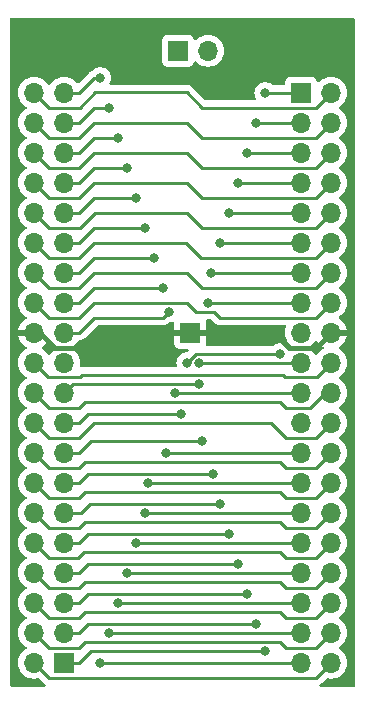
<source format=gtl>
G04 #@! TF.GenerationSoftware,KiCad,Pcbnew,7.0.10*
G04 #@! TF.CreationDate,2024-08-03T14:28:38+12:00*
G04 #@! TF.ProjectId,Z80 Bus Adapter,5a383020-4275-4732-9041-646170746572,rev?*
G04 #@! TF.SameCoordinates,Original*
G04 #@! TF.FileFunction,Copper,L1,Top*
G04 #@! TF.FilePolarity,Positive*
%FSLAX46Y46*%
G04 Gerber Fmt 4.6, Leading zero omitted, Abs format (unit mm)*
G04 Created by KiCad (PCBNEW 7.0.10) date 2024-08-03 14:28:38*
%MOMM*%
%LPD*%
G01*
G04 APERTURE LIST*
G04 #@! TA.AperFunction,ComponentPad*
%ADD10R,1.700000X1.700000*%
G04 #@! TD*
G04 #@! TA.AperFunction,ComponentPad*
%ADD11O,1.700000X1.700000*%
G04 #@! TD*
G04 #@! TA.AperFunction,ViaPad*
%ADD12C,0.800000*%
G04 #@! TD*
G04 #@! TA.AperFunction,Conductor*
%ADD13C,0.250000*%
G04 #@! TD*
G04 #@! TA.AperFunction,Conductor*
%ADD14C,0.400000*%
G04 #@! TD*
G04 APERTURE END LIST*
D10*
X110236000Y-38354000D03*
D11*
X112776000Y-38354000D03*
D10*
X111252000Y-62230000D03*
X120650000Y-41910000D03*
D11*
X123190000Y-41910000D03*
X120650000Y-44450000D03*
X123190000Y-44450000D03*
X120650000Y-46990000D03*
X123190000Y-46990000D03*
X120650000Y-49530000D03*
X123190000Y-49530000D03*
X120650000Y-52070000D03*
X123190000Y-52070000D03*
X120650000Y-54610000D03*
X123190000Y-54610000D03*
X120650000Y-57150000D03*
X123190000Y-57150000D03*
X120650000Y-59690000D03*
X123190000Y-59690000D03*
X120650000Y-62230000D03*
X123190000Y-62230000D03*
X120650000Y-64770000D03*
X123190000Y-64770000D03*
X120650000Y-67310000D03*
X123190000Y-67310000D03*
X120650000Y-69850000D03*
X123190000Y-69850000D03*
X120650000Y-72390000D03*
X123190000Y-72390000D03*
X120650000Y-74930000D03*
X123190000Y-74930000D03*
X120650000Y-77470000D03*
X123190000Y-77470000D03*
X120650000Y-80010000D03*
X123190000Y-80010000D03*
X120650000Y-82550000D03*
X123190000Y-82550000D03*
X120650000Y-85090000D03*
X123190000Y-85090000D03*
X120650000Y-87630000D03*
X123190000Y-87630000D03*
X120650000Y-90170000D03*
X123190000Y-90170000D03*
D10*
X100584000Y-90170000D03*
D11*
X98044000Y-90170000D03*
X100584000Y-87630000D03*
X98044000Y-87630000D03*
X100584000Y-85090000D03*
X98044000Y-85090000D03*
X100584000Y-82550000D03*
X98044000Y-82550000D03*
X100584000Y-80010000D03*
X98044000Y-80010000D03*
X100584000Y-77470000D03*
X98044000Y-77470000D03*
X100584000Y-74930000D03*
X98044000Y-74930000D03*
X100584000Y-72390000D03*
X98044000Y-72390000D03*
X100584000Y-69850000D03*
X98044000Y-69850000D03*
X100584000Y-67310000D03*
X98044000Y-67310000D03*
X100584000Y-64770000D03*
X98044000Y-64770000D03*
X100584000Y-62230000D03*
X98044000Y-62230000D03*
X100584000Y-59690000D03*
X98044000Y-59690000D03*
X100584000Y-57150000D03*
X98044000Y-57150000D03*
X100584000Y-54610000D03*
X98044000Y-54610000D03*
X100584000Y-52070000D03*
X98044000Y-52070000D03*
X100584000Y-49530000D03*
X98044000Y-49530000D03*
X100584000Y-46990000D03*
X98044000Y-46990000D03*
X100584000Y-44450000D03*
X98044000Y-44450000D03*
X100584000Y-41910000D03*
X98044000Y-41910000D03*
D12*
X117602000Y-41910000D03*
X117602000Y-89154000D03*
X116840000Y-86868000D03*
X116840000Y-44450000D03*
X116078000Y-46990000D03*
X116078000Y-84365000D03*
X115316000Y-81788000D03*
X115316000Y-49530000D03*
X114554000Y-79248000D03*
X114554000Y-52070000D03*
X113792000Y-76708000D03*
X113792000Y-54610000D03*
X113157000Y-74205000D03*
X113030000Y-57150000D03*
X112268000Y-71374000D03*
X112776000Y-59690000D03*
X110998000Y-64770000D03*
X118872000Y-64008000D03*
X110490000Y-69088000D03*
X112014000Y-64770000D03*
X112014000Y-66548000D03*
X108966000Y-58420000D03*
X109220000Y-72390000D03*
X108204000Y-55880000D03*
X107677500Y-74911500D03*
X107442000Y-77470000D03*
X107442000Y-53340000D03*
X106680000Y-80010000D03*
X106680000Y-50800000D03*
X105918000Y-48260000D03*
X105918000Y-82550000D03*
X105156000Y-85090000D03*
X105156000Y-45720000D03*
X104394000Y-43180000D03*
X104394000Y-87630000D03*
X103632000Y-40640000D03*
X103632000Y-90170000D03*
X109474000Y-60452000D03*
X109982000Y-67310000D03*
D13*
X117602000Y-89154000D02*
X102870000Y-89154000D01*
X102870000Y-89154000D02*
X101854000Y-90170000D01*
X120650000Y-41910000D02*
X117602000Y-41910000D01*
X101854000Y-90170000D02*
X100584000Y-90170000D01*
X98044000Y-90170000D02*
X99314000Y-91440000D01*
X99314000Y-91440000D02*
X121920000Y-91440000D01*
X121920000Y-91440000D02*
X123190000Y-90170000D01*
X102616000Y-86868000D02*
X101854000Y-87630000D01*
X101854000Y-87630000D02*
X100584000Y-87630000D01*
X116840000Y-86868000D02*
X102616000Y-86868000D01*
X116840000Y-44450000D02*
X120650000Y-44450000D01*
X121920000Y-88900000D02*
X119380000Y-88900000D01*
X123190000Y-87630000D02*
X121920000Y-88900000D01*
X101854000Y-88900000D02*
X99314000Y-88900000D01*
X99314000Y-88900000D02*
X98044000Y-87630000D01*
X102362000Y-88392000D02*
X101854000Y-88900000D01*
X118872000Y-88392000D02*
X102362000Y-88392000D01*
X119380000Y-88900000D02*
X118872000Y-88392000D01*
X101854000Y-85090000D02*
X100584000Y-85090000D01*
X116078000Y-46990000D02*
X120650000Y-46990000D01*
X102579000Y-84365000D02*
X101854000Y-85090000D01*
X116078000Y-84365000D02*
X102579000Y-84365000D01*
X101854000Y-82550000D02*
X102616000Y-81788000D01*
X115316000Y-49530000D02*
X120650000Y-49530000D01*
X102616000Y-81788000D02*
X115316000Y-81788000D01*
X101854000Y-82550000D02*
X100584000Y-82550000D01*
X101854000Y-83820000D02*
X99314000Y-83820000D01*
X102362000Y-83312000D02*
X101854000Y-83820000D01*
X123190000Y-82550000D02*
X121920000Y-83820000D01*
X119380000Y-83820000D02*
X118872000Y-83312000D01*
X118872000Y-83312000D02*
X102362000Y-83312000D01*
X99314000Y-83820000D02*
X98044000Y-82550000D01*
X121920000Y-83820000D02*
X119380000Y-83820000D01*
X114554000Y-52070000D02*
X120650000Y-52070000D01*
X102616000Y-79248000D02*
X101854000Y-80010000D01*
X101854000Y-80010000D02*
X100584000Y-80010000D01*
X114554000Y-79248000D02*
X102616000Y-79248000D01*
X101795850Y-81280000D02*
X99314000Y-81280000D01*
X102303850Y-80772000D02*
X101795850Y-81280000D01*
X121920000Y-81280000D02*
X119380000Y-81280000D01*
X119380000Y-81280000D02*
X118872000Y-80772000D01*
X99314000Y-81280000D02*
X98044000Y-80010000D01*
X118872000Y-80772000D02*
X102303850Y-80772000D01*
X123190000Y-80010000D02*
X121920000Y-81280000D01*
X101854000Y-78740000D02*
X99314000Y-78740000D01*
X99314000Y-78740000D02*
X98044000Y-77470000D01*
X102362000Y-78232000D02*
X101854000Y-78740000D01*
X121920000Y-78740000D02*
X119380000Y-78740000D01*
X119380000Y-78740000D02*
X118872000Y-78232000D01*
X118872000Y-78232000D02*
X102362000Y-78232000D01*
X123190000Y-77470000D02*
X121920000Y-78740000D01*
X102362000Y-75692000D02*
X101854000Y-76200000D01*
X123190000Y-74930000D02*
X121920000Y-76200000D01*
X101854000Y-76200000D02*
X99314000Y-76200000D01*
X119380000Y-76200000D02*
X118872000Y-75692000D01*
X121920000Y-76200000D02*
X119380000Y-76200000D01*
X118872000Y-75692000D02*
X102362000Y-75692000D01*
X99314000Y-76200000D02*
X98044000Y-74930000D01*
X99314000Y-71120000D02*
X98044000Y-69850000D01*
X121920000Y-71120000D02*
X119380000Y-71120000D01*
X123190000Y-69850000D02*
X121920000Y-71120000D01*
X119380000Y-71120000D02*
X118110000Y-69850000D01*
X101854000Y-71120000D02*
X99314000Y-71120000D01*
X103124000Y-69850000D02*
X101854000Y-71120000D01*
X118110000Y-69850000D02*
X103124000Y-69850000D01*
X101854000Y-68580000D02*
X99314000Y-68580000D01*
X123190000Y-67310000D02*
X122682000Y-67310000D01*
X99314000Y-68580000D02*
X98044000Y-67310000D01*
X122682000Y-67310000D02*
X121412000Y-68580000D01*
X121412000Y-68580000D02*
X119380000Y-68580000D01*
X118872000Y-68072000D02*
X102362000Y-68072000D01*
X102362000Y-68072000D02*
X101854000Y-68580000D01*
X119380000Y-68580000D02*
X118872000Y-68072000D01*
X99219000Y-65945000D02*
X101949000Y-65945000D01*
X102108000Y-65786000D02*
X119126000Y-65786000D01*
X119126000Y-65786000D02*
X119285000Y-65945000D01*
X122015000Y-65945000D02*
X123190000Y-64770000D01*
X101949000Y-65945000D02*
X102108000Y-65786000D01*
X119285000Y-65945000D02*
X122015000Y-65945000D01*
X98044000Y-64770000D02*
X99219000Y-65945000D01*
X118872000Y-73152000D02*
X102362000Y-73152000D01*
X123190000Y-72390000D02*
X121920000Y-73660000D01*
X119380000Y-73660000D02*
X118872000Y-73152000D01*
X101854000Y-73660000D02*
X99314000Y-73660000D01*
X102362000Y-73152000D02*
X101854000Y-73660000D01*
X99314000Y-73660000D02*
X98044000Y-72390000D01*
X121920000Y-73660000D02*
X119380000Y-73660000D01*
X119380000Y-86360000D02*
X118872000Y-85852000D01*
X101854000Y-86360000D02*
X99314000Y-86360000D01*
X102362000Y-85852000D02*
X101854000Y-86360000D01*
X121920000Y-86360000D02*
X119380000Y-86360000D01*
X118872000Y-85852000D02*
X102362000Y-85852000D01*
X99314000Y-86360000D02*
X98044000Y-85090000D01*
X123190000Y-85090000D02*
X121920000Y-86360000D01*
X113792000Y-54610000D02*
X120650000Y-54610000D01*
X101981000Y-77470000D02*
X100584000Y-77470000D01*
X102743000Y-76708000D02*
X101981000Y-77470000D01*
X113792000Y-76708000D02*
X102743000Y-76708000D01*
X113030000Y-57150000D02*
X120650000Y-57150000D01*
X113120000Y-74168000D02*
X102616000Y-74168000D01*
X113157000Y-74205000D02*
X113120000Y-74168000D01*
X101854000Y-74930000D02*
X100584000Y-74930000D01*
X102616000Y-74168000D02*
X101854000Y-74930000D01*
X112776000Y-59690000D02*
X120650000Y-59690000D01*
X101854000Y-72390000D02*
X100584000Y-72390000D01*
X102870000Y-71374000D02*
X101854000Y-72390000D01*
X112268000Y-71374000D02*
X102870000Y-71374000D01*
X101854000Y-69850000D02*
X100584000Y-69850000D01*
X102616000Y-69088000D02*
X101854000Y-69850000D01*
X110998000Y-64760695D02*
X111750695Y-64008000D01*
X110490000Y-69088000D02*
X102616000Y-69088000D01*
X110998000Y-64770000D02*
X110998000Y-64760695D01*
X111750695Y-64008000D02*
X118872000Y-64008000D01*
X101346000Y-66548000D02*
X100584000Y-67310000D01*
X112014000Y-66548000D02*
X101346000Y-66548000D01*
X112014000Y-64770000D02*
X120650000Y-64770000D01*
D14*
X98552000Y-62230000D02*
X98044000Y-62230000D01*
X111506000Y-62230000D02*
X111252000Y-62484000D01*
X119634000Y-63500000D02*
X118364000Y-62230000D01*
X99822000Y-63500000D02*
X98552000Y-62230000D01*
X103124000Y-62230000D02*
X101854000Y-63500000D01*
X123190000Y-62230000D02*
X121920000Y-63500000D01*
X121920000Y-63500000D02*
X119634000Y-63500000D01*
X110998000Y-62230000D02*
X103124000Y-62230000D01*
X118364000Y-62230000D02*
X111252000Y-62230000D01*
X111252000Y-62484000D02*
X110998000Y-62230000D01*
X101854000Y-63500000D02*
X99822000Y-63500000D01*
D13*
X109220000Y-72390000D02*
X120650000Y-72390000D01*
X101854000Y-59690000D02*
X100584000Y-59690000D01*
X108966000Y-58420000D02*
X103124000Y-58420000D01*
X103124000Y-58420000D02*
X101854000Y-59690000D01*
X103124000Y-59690000D02*
X110998000Y-59690000D01*
X110998000Y-59690000D02*
X111760000Y-60452000D01*
X113792000Y-60960000D02*
X121920000Y-60960000D01*
X121920000Y-60960000D02*
X123190000Y-59690000D01*
X101854000Y-60960000D02*
X103124000Y-59690000D01*
X99314000Y-60960000D02*
X101854000Y-60960000D01*
X113284000Y-60452000D02*
X113792000Y-60960000D01*
X98044000Y-59690000D02*
X99314000Y-60960000D01*
X111760000Y-60452000D02*
X113284000Y-60452000D01*
X107677500Y-74911500D02*
X107714500Y-74948500D01*
X101854000Y-57150000D02*
X100584000Y-57150000D01*
X107677500Y-74911500D02*
X107696000Y-74930000D01*
X103124000Y-55880000D02*
X101854000Y-57150000D01*
X108204000Y-55880000D02*
X103124000Y-55880000D01*
X107696000Y-74930000D02*
X120650000Y-74930000D01*
X112268000Y-58420000D02*
X110998000Y-57150000D01*
X99314000Y-58420000D02*
X98044000Y-57150000D01*
X103124000Y-57150000D02*
X101854000Y-58420000D01*
X123190000Y-57150000D02*
X121920000Y-58420000D01*
X110998000Y-57150000D02*
X103124000Y-57150000D01*
X121920000Y-58420000D02*
X112268000Y-58420000D01*
X101854000Y-58420000D02*
X99314000Y-58420000D01*
X100584000Y-54562500D02*
X100631500Y-54610000D01*
X101854000Y-54610000D02*
X100584000Y-54610000D01*
X107442000Y-77470000D02*
X120650000Y-77470000D01*
X103124000Y-53340000D02*
X101854000Y-54610000D01*
X107442000Y-53340000D02*
X103124000Y-53340000D01*
X121920000Y-55880000D02*
X123190000Y-54610000D01*
X112145652Y-55880000D02*
X121920000Y-55880000D01*
X103124000Y-54610000D02*
X110875652Y-54610000D01*
X98044000Y-54610000D02*
X99314000Y-55880000D01*
X101854000Y-55880000D02*
X103124000Y-54610000D01*
X110875652Y-54610000D02*
X112145652Y-55880000D01*
X99314000Y-55880000D02*
X101854000Y-55880000D01*
X103124000Y-50800000D02*
X101854000Y-52070000D01*
X106680000Y-50800000D02*
X103124000Y-50800000D01*
X101854000Y-52070000D02*
X100584000Y-52070000D01*
X106680000Y-80010000D02*
X120650000Y-80010000D01*
X100631500Y-52070000D02*
X100584000Y-52022500D01*
X103186802Y-52070000D02*
X110998000Y-52070000D01*
X99314000Y-53340000D02*
X101916802Y-53340000D01*
X98044000Y-52070000D02*
X99314000Y-53340000D01*
X121920000Y-53340000D02*
X123190000Y-52070000D01*
X101916802Y-53340000D02*
X103186802Y-52070000D01*
X110998000Y-52070000D02*
X112268000Y-53340000D01*
X112268000Y-53340000D02*
X121920000Y-53340000D01*
X101854000Y-49530000D02*
X100584000Y-49530000D01*
X103124000Y-48260000D02*
X101854000Y-49530000D01*
X105918000Y-82550000D02*
X120650000Y-82550000D01*
X105918000Y-48260000D02*
X103124000Y-48260000D01*
X100584000Y-49482500D02*
X100631500Y-49530000D01*
X98044000Y-49530000D02*
X99314000Y-50800000D01*
X121920000Y-50800000D02*
X123190000Y-49530000D01*
X112268000Y-50800000D02*
X121920000Y-50800000D01*
X99314000Y-50800000D02*
X101854000Y-50800000D01*
X101854000Y-50800000D02*
X103124000Y-49530000D01*
X103124000Y-49530000D02*
X110998000Y-49530000D01*
X110998000Y-49530000D02*
X112268000Y-50800000D01*
X105156000Y-85090000D02*
X120650000Y-85090000D01*
X105156000Y-45720000D02*
X103124000Y-45720000D01*
X101854000Y-46990000D02*
X100584000Y-46990000D01*
X103124000Y-45720000D02*
X101854000Y-46990000D01*
X100631500Y-46990000D02*
X100584000Y-46942500D01*
X99314000Y-48260000D02*
X101854000Y-48260000D01*
X103124000Y-46990000D02*
X110998000Y-46990000D01*
X101854000Y-48260000D02*
X103124000Y-46990000D01*
X110998000Y-46990000D02*
X112268000Y-48260000D01*
X121920000Y-48260000D02*
X123190000Y-46990000D01*
X98044000Y-46990000D02*
X99314000Y-48260000D01*
X112268000Y-48260000D02*
X121920000Y-48260000D01*
X101854000Y-44450000D02*
X100584000Y-44450000D01*
X104394000Y-87630000D02*
X120650000Y-87630000D01*
X103124000Y-43180000D02*
X101854000Y-44450000D01*
X104394000Y-43180000D02*
X103124000Y-43180000D01*
X100584000Y-44402500D02*
X100631500Y-44450000D01*
X121920000Y-45720000D02*
X123190000Y-44450000D01*
X103124000Y-44450000D02*
X110998000Y-44450000D01*
X101854000Y-45720000D02*
X103124000Y-44450000D01*
X98044000Y-44450000D02*
X99314000Y-45720000D01*
X112268000Y-45720000D02*
X121920000Y-45720000D01*
X99314000Y-45720000D02*
X101854000Y-45720000D01*
X110998000Y-44450000D02*
X112268000Y-45720000D01*
X103632000Y-40640000D02*
X103124000Y-40640000D01*
X103124000Y-40640000D02*
X101854000Y-41910000D01*
X120650000Y-90170000D02*
X103632000Y-90170000D01*
X101854000Y-41910000D02*
X100584000Y-41910000D01*
X99314000Y-43180000D02*
X101916802Y-43180000D01*
X121920000Y-43180000D02*
X123190000Y-41910000D01*
X112268000Y-43180000D02*
X121920000Y-43180000D01*
X98044000Y-41910000D02*
X99314000Y-43180000D01*
X103234302Y-41862500D02*
X110950500Y-41862500D01*
X110950500Y-41862500D02*
X112268000Y-43180000D01*
X101916802Y-43180000D02*
X103234302Y-41862500D01*
X108966000Y-60960000D02*
X103124000Y-60960000D01*
X103124000Y-60960000D02*
X101854000Y-62230000D01*
X101854000Y-62230000D02*
X100584000Y-62230000D01*
X109982000Y-67310000D02*
X120650000Y-67310000D01*
X109474000Y-60452000D02*
X108966000Y-60960000D01*
G04 #@! TA.AperFunction,Conductor*
G36*
X125164539Y-35580185D02*
G01*
X125210294Y-35632989D01*
X125221500Y-35684500D01*
X125221500Y-92077500D01*
X125201815Y-92144539D01*
X125149011Y-92190294D01*
X125097500Y-92201500D01*
X122317681Y-92201500D01*
X122250642Y-92181815D01*
X122204887Y-92129011D01*
X122194943Y-92059853D01*
X122223968Y-91996297D01*
X122244789Y-91977187D01*
X122247642Y-91975113D01*
X122259069Y-91966811D01*
X122268814Y-91960408D01*
X122306420Y-91938170D01*
X122320589Y-91923999D01*
X122335379Y-91911368D01*
X122351587Y-91899594D01*
X122379438Y-91865926D01*
X122387279Y-91857309D01*
X122734353Y-91510235D01*
X122795674Y-91476752D01*
X122854125Y-91478143D01*
X122860332Y-91479806D01*
X122954592Y-91505063D01*
X123142918Y-91521539D01*
X123189999Y-91525659D01*
X123190000Y-91525659D01*
X123190001Y-91525659D01*
X123229234Y-91522226D01*
X123425408Y-91505063D01*
X123653663Y-91443903D01*
X123867830Y-91344035D01*
X124061401Y-91208495D01*
X124228495Y-91041401D01*
X124364035Y-90847830D01*
X124463903Y-90633663D01*
X124525063Y-90405408D01*
X124545659Y-90170000D01*
X124525063Y-89934592D01*
X124463903Y-89706337D01*
X124364035Y-89492171D01*
X124343147Y-89462339D01*
X124228494Y-89298597D01*
X124061402Y-89131506D01*
X124061396Y-89131501D01*
X123875842Y-89001575D01*
X123832217Y-88946998D01*
X123825023Y-88877500D01*
X123856546Y-88815145D01*
X123875842Y-88798425D01*
X123898026Y-88782891D01*
X124061401Y-88668495D01*
X124228495Y-88501401D01*
X124364035Y-88307830D01*
X124463903Y-88093663D01*
X124525063Y-87865408D01*
X124545659Y-87630000D01*
X124545090Y-87623502D01*
X124533964Y-87496334D01*
X124525063Y-87394592D01*
X124463903Y-87166337D01*
X124364035Y-86952171D01*
X124343147Y-86922339D01*
X124228494Y-86758597D01*
X124061402Y-86591506D01*
X124061396Y-86591501D01*
X123875842Y-86461575D01*
X123832217Y-86406998D01*
X123825023Y-86337500D01*
X123856546Y-86275145D01*
X123875842Y-86258425D01*
X123898026Y-86242891D01*
X124061401Y-86128495D01*
X124228495Y-85961401D01*
X124364035Y-85767830D01*
X124463903Y-85553663D01*
X124525063Y-85325408D01*
X124545659Y-85090000D01*
X124525063Y-84854592D01*
X124463903Y-84626337D01*
X124364035Y-84412171D01*
X124343147Y-84382339D01*
X124228494Y-84218597D01*
X124061402Y-84051506D01*
X124061396Y-84051501D01*
X123875842Y-83921575D01*
X123832217Y-83866998D01*
X123825023Y-83797500D01*
X123856546Y-83735145D01*
X123875842Y-83718425D01*
X123898026Y-83702891D01*
X124061401Y-83588495D01*
X124228495Y-83421401D01*
X124364035Y-83227830D01*
X124463903Y-83013663D01*
X124525063Y-82785408D01*
X124545659Y-82550000D01*
X124545090Y-82543502D01*
X124533964Y-82416334D01*
X124525063Y-82314592D01*
X124463903Y-82086337D01*
X124364035Y-81872171D01*
X124343147Y-81842339D01*
X124228494Y-81678597D01*
X124061402Y-81511506D01*
X124061396Y-81511501D01*
X123875842Y-81381575D01*
X123832217Y-81326998D01*
X123825023Y-81257500D01*
X123856546Y-81195145D01*
X123875842Y-81178425D01*
X123898026Y-81162891D01*
X124061401Y-81048495D01*
X124228495Y-80881401D01*
X124364035Y-80687830D01*
X124463903Y-80473663D01*
X124525063Y-80245408D01*
X124545659Y-80010000D01*
X124545090Y-80003502D01*
X124533964Y-79876334D01*
X124525063Y-79774592D01*
X124463903Y-79546337D01*
X124364035Y-79332171D01*
X124343147Y-79302339D01*
X124228494Y-79138597D01*
X124061402Y-78971506D01*
X124061396Y-78971501D01*
X123875842Y-78841575D01*
X123832217Y-78786998D01*
X123825023Y-78717500D01*
X123856546Y-78655145D01*
X123875842Y-78638425D01*
X123898026Y-78622891D01*
X124061401Y-78508495D01*
X124228495Y-78341401D01*
X124364035Y-78147830D01*
X124463903Y-77933663D01*
X124525063Y-77705408D01*
X124545659Y-77470000D01*
X124545090Y-77463502D01*
X124533964Y-77336334D01*
X124525063Y-77234592D01*
X124463903Y-77006337D01*
X124364035Y-76792171D01*
X124343147Y-76762339D01*
X124228494Y-76598597D01*
X124061402Y-76431506D01*
X124061396Y-76431501D01*
X123875842Y-76301575D01*
X123832217Y-76246998D01*
X123825023Y-76177500D01*
X123856546Y-76115145D01*
X123875842Y-76098425D01*
X123898026Y-76082891D01*
X124061401Y-75968495D01*
X124228495Y-75801401D01*
X124364035Y-75607830D01*
X124463903Y-75393663D01*
X124525063Y-75165408D01*
X124545659Y-74930000D01*
X124525063Y-74694592D01*
X124463903Y-74466337D01*
X124364035Y-74252171D01*
X124343147Y-74222339D01*
X124228494Y-74058597D01*
X124061402Y-73891506D01*
X124061396Y-73891501D01*
X123875842Y-73761575D01*
X123832217Y-73706998D01*
X123825023Y-73637500D01*
X123856546Y-73575145D01*
X123875842Y-73558425D01*
X123898026Y-73542891D01*
X124061401Y-73428495D01*
X124228495Y-73261401D01*
X124364035Y-73067830D01*
X124463903Y-72853663D01*
X124525063Y-72625408D01*
X124545659Y-72390000D01*
X124525063Y-72154592D01*
X124463903Y-71926337D01*
X124364035Y-71712171D01*
X124343147Y-71682339D01*
X124228494Y-71518597D01*
X124061402Y-71351506D01*
X124061396Y-71351501D01*
X123875842Y-71221575D01*
X123832217Y-71166998D01*
X123825023Y-71097500D01*
X123856546Y-71035145D01*
X123875842Y-71018425D01*
X123898026Y-71002891D01*
X124061401Y-70888495D01*
X124228495Y-70721401D01*
X124364035Y-70527830D01*
X124463903Y-70313663D01*
X124525063Y-70085408D01*
X124545659Y-69850000D01*
X124525063Y-69614592D01*
X124467771Y-69400773D01*
X124463905Y-69386344D01*
X124463904Y-69386343D01*
X124463903Y-69386337D01*
X124364035Y-69172171D01*
X124345119Y-69145155D01*
X124228494Y-68978597D01*
X124061402Y-68811506D01*
X124061396Y-68811501D01*
X123875842Y-68681575D01*
X123832217Y-68626998D01*
X123825023Y-68557500D01*
X123856546Y-68495145D01*
X123875842Y-68478425D01*
X123938183Y-68434773D01*
X124061401Y-68348495D01*
X124228495Y-68181401D01*
X124364035Y-67987830D01*
X124463903Y-67773663D01*
X124525063Y-67545408D01*
X124545659Y-67310000D01*
X124545446Y-67307571D01*
X124535127Y-67189625D01*
X124525063Y-67074592D01*
X124463903Y-66846337D01*
X124364035Y-66632171D01*
X124322375Y-66572673D01*
X124228494Y-66438597D01*
X124061402Y-66271506D01*
X124061396Y-66271501D01*
X123875842Y-66141575D01*
X123832217Y-66086998D01*
X123825023Y-66017500D01*
X123856546Y-65955145D01*
X123875842Y-65938425D01*
X123898026Y-65922891D01*
X124061401Y-65808495D01*
X124228495Y-65641401D01*
X124364035Y-65447830D01*
X124463903Y-65233663D01*
X124525063Y-65005408D01*
X124545659Y-64770000D01*
X124525063Y-64534592D01*
X124463903Y-64306337D01*
X124364035Y-64092171D01*
X124358425Y-64084158D01*
X124228494Y-63898597D01*
X124061402Y-63731506D01*
X124061401Y-63731505D01*
X123875405Y-63601269D01*
X123831781Y-63546692D01*
X123824588Y-63477193D01*
X123856110Y-63414839D01*
X123875405Y-63398119D01*
X124061082Y-63268105D01*
X124228105Y-63101082D01*
X124363600Y-62907578D01*
X124463429Y-62693492D01*
X124463432Y-62693486D01*
X124520636Y-62480000D01*
X123623686Y-62480000D01*
X123649493Y-62439844D01*
X123690000Y-62301889D01*
X123690000Y-62158111D01*
X123649493Y-62020156D01*
X123623686Y-61980000D01*
X124520636Y-61980000D01*
X124520635Y-61979999D01*
X124463432Y-61766513D01*
X124463429Y-61766507D01*
X124363600Y-61552422D01*
X124363599Y-61552420D01*
X124228113Y-61358926D01*
X124228108Y-61358920D01*
X124061078Y-61191890D01*
X123875405Y-61061879D01*
X123831780Y-61007302D01*
X123824588Y-60937804D01*
X123856110Y-60875449D01*
X123875406Y-60858730D01*
X123894349Y-60845466D01*
X124061401Y-60728495D01*
X124228495Y-60561401D01*
X124364035Y-60367830D01*
X124463903Y-60153663D01*
X124525063Y-59925408D01*
X124545659Y-59690000D01*
X124525063Y-59454592D01*
X124467771Y-59240773D01*
X124463905Y-59226344D01*
X124463904Y-59226343D01*
X124463903Y-59226337D01*
X124364035Y-59012171D01*
X124343147Y-58982339D01*
X124228494Y-58818597D01*
X124061402Y-58651506D01*
X124061396Y-58651501D01*
X123875842Y-58521575D01*
X123832217Y-58466998D01*
X123825023Y-58397500D01*
X123856546Y-58335145D01*
X123875842Y-58318425D01*
X123999635Y-58231744D01*
X124061401Y-58188495D01*
X124228495Y-58021401D01*
X124364035Y-57827830D01*
X124463903Y-57613663D01*
X124525063Y-57385408D01*
X124545659Y-57150000D01*
X124525063Y-56914592D01*
X124467771Y-56700773D01*
X124463905Y-56686344D01*
X124463904Y-56686343D01*
X124463903Y-56686337D01*
X124364035Y-56472171D01*
X124345119Y-56445155D01*
X124228494Y-56278597D01*
X124061402Y-56111506D01*
X124061396Y-56111501D01*
X123875842Y-55981575D01*
X123832217Y-55926998D01*
X123825023Y-55857500D01*
X123856546Y-55795145D01*
X123875842Y-55778425D01*
X123999635Y-55691744D01*
X124061401Y-55648495D01*
X124228495Y-55481401D01*
X124364035Y-55287830D01*
X124463903Y-55073663D01*
X124525063Y-54845408D01*
X124545659Y-54610000D01*
X124525063Y-54374592D01*
X124467771Y-54160773D01*
X124463905Y-54146344D01*
X124463904Y-54146343D01*
X124463903Y-54146337D01*
X124364035Y-53932171D01*
X124345119Y-53905155D01*
X124228494Y-53738597D01*
X124061402Y-53571506D01*
X124061396Y-53571501D01*
X123875842Y-53441575D01*
X123832217Y-53386998D01*
X123825023Y-53317500D01*
X123856546Y-53255145D01*
X123875842Y-53238425D01*
X123999635Y-53151744D01*
X124061401Y-53108495D01*
X124228495Y-52941401D01*
X124364035Y-52747830D01*
X124463903Y-52533663D01*
X124525063Y-52305408D01*
X124545659Y-52070000D01*
X124525063Y-51834592D01*
X124467771Y-51620773D01*
X124463905Y-51606344D01*
X124463904Y-51606343D01*
X124463903Y-51606337D01*
X124364035Y-51392171D01*
X124345119Y-51365155D01*
X124228494Y-51198597D01*
X124061402Y-51031506D01*
X124061396Y-51031501D01*
X123875842Y-50901575D01*
X123832217Y-50846998D01*
X123825023Y-50777500D01*
X123856546Y-50715145D01*
X123875842Y-50698425D01*
X123999635Y-50611744D01*
X124061401Y-50568495D01*
X124228495Y-50401401D01*
X124364035Y-50207830D01*
X124463903Y-49993663D01*
X124525063Y-49765408D01*
X124545659Y-49530000D01*
X124525063Y-49294592D01*
X124467771Y-49080773D01*
X124463905Y-49066344D01*
X124463904Y-49066343D01*
X124463903Y-49066337D01*
X124364035Y-48852171D01*
X124345119Y-48825155D01*
X124228494Y-48658597D01*
X124061402Y-48491506D01*
X124061396Y-48491501D01*
X123875842Y-48361575D01*
X123832217Y-48306998D01*
X123825023Y-48237500D01*
X123856546Y-48175145D01*
X123875842Y-48158425D01*
X123999635Y-48071744D01*
X124061401Y-48028495D01*
X124228495Y-47861401D01*
X124364035Y-47667830D01*
X124463903Y-47453663D01*
X124525063Y-47225408D01*
X124545659Y-46990000D01*
X124525063Y-46754592D01*
X124467771Y-46540773D01*
X124463905Y-46526344D01*
X124463904Y-46526343D01*
X124463903Y-46526337D01*
X124364035Y-46312171D01*
X124345119Y-46285155D01*
X124228494Y-46118597D01*
X124061402Y-45951506D01*
X124061396Y-45951501D01*
X123875842Y-45821575D01*
X123832217Y-45766998D01*
X123825023Y-45697500D01*
X123856546Y-45635145D01*
X123875842Y-45618425D01*
X123999635Y-45531744D01*
X124061401Y-45488495D01*
X124228495Y-45321401D01*
X124364035Y-45127830D01*
X124463903Y-44913663D01*
X124525063Y-44685408D01*
X124545659Y-44450000D01*
X124525063Y-44214592D01*
X124467771Y-44000773D01*
X124463905Y-43986344D01*
X124463904Y-43986343D01*
X124463903Y-43986337D01*
X124364035Y-43772171D01*
X124345119Y-43745155D01*
X124228494Y-43578597D01*
X124061402Y-43411506D01*
X124061396Y-43411501D01*
X123875842Y-43281575D01*
X123832217Y-43226998D01*
X123825023Y-43157500D01*
X123856546Y-43095145D01*
X123875842Y-43078425D01*
X123999635Y-42991744D01*
X124061401Y-42948495D01*
X124228495Y-42781401D01*
X124364035Y-42587830D01*
X124463903Y-42373663D01*
X124525063Y-42145408D01*
X124545659Y-41910000D01*
X124525063Y-41674592D01*
X124472578Y-41478712D01*
X124463905Y-41446344D01*
X124463904Y-41446343D01*
X124463903Y-41446337D01*
X124364035Y-41232171D01*
X124358425Y-41224158D01*
X124228494Y-41038597D01*
X124061402Y-40871506D01*
X124061395Y-40871501D01*
X123867834Y-40735967D01*
X123867830Y-40735965D01*
X123867828Y-40735964D01*
X123653663Y-40636097D01*
X123653659Y-40636096D01*
X123653655Y-40636094D01*
X123425413Y-40574938D01*
X123425403Y-40574936D01*
X123190001Y-40554341D01*
X123189999Y-40554341D01*
X122954596Y-40574936D01*
X122954586Y-40574938D01*
X122726344Y-40636094D01*
X122726335Y-40636098D01*
X122512171Y-40735964D01*
X122512169Y-40735965D01*
X122318600Y-40871503D01*
X122196673Y-40993430D01*
X122135350Y-41026914D01*
X122065658Y-41021930D01*
X122009725Y-40980058D01*
X121992810Y-40949081D01*
X121943797Y-40817671D01*
X121943793Y-40817664D01*
X121857547Y-40702455D01*
X121857544Y-40702452D01*
X121742335Y-40616206D01*
X121742328Y-40616202D01*
X121607482Y-40565908D01*
X121607483Y-40565908D01*
X121547883Y-40559501D01*
X121547881Y-40559500D01*
X121547873Y-40559500D01*
X121547864Y-40559500D01*
X119752129Y-40559500D01*
X119752123Y-40559501D01*
X119692516Y-40565908D01*
X119557671Y-40616202D01*
X119557664Y-40616206D01*
X119442455Y-40702452D01*
X119442452Y-40702455D01*
X119356206Y-40817664D01*
X119356202Y-40817671D01*
X119305908Y-40952517D01*
X119299501Y-41012116D01*
X119299500Y-41012135D01*
X119299500Y-41160500D01*
X119279815Y-41227539D01*
X119227011Y-41273294D01*
X119175500Y-41284500D01*
X118305748Y-41284500D01*
X118238709Y-41264815D01*
X118213600Y-41243474D01*
X118207873Y-41237114D01*
X118207869Y-41237110D01*
X118054734Y-41125851D01*
X118054729Y-41125848D01*
X117881807Y-41048857D01*
X117881802Y-41048855D01*
X117736001Y-41017865D01*
X117696646Y-41009500D01*
X117507354Y-41009500D01*
X117474897Y-41016398D01*
X117322197Y-41048855D01*
X117322192Y-41048857D01*
X117149270Y-41125848D01*
X117149265Y-41125851D01*
X116996129Y-41237111D01*
X116869466Y-41377785D01*
X116774821Y-41541715D01*
X116774818Y-41541722D01*
X116731645Y-41674596D01*
X116716326Y-41721744D01*
X116696540Y-41910000D01*
X116716326Y-42098256D01*
X116716327Y-42098259D01*
X116774818Y-42278277D01*
X116774821Y-42278284D01*
X116826907Y-42368500D01*
X116843380Y-42436401D01*
X116820527Y-42502427D01*
X116765606Y-42545618D01*
X116719520Y-42554500D01*
X112578453Y-42554500D01*
X112511414Y-42534815D01*
X112490772Y-42518181D01*
X111451303Y-41478712D01*
X111441480Y-41466450D01*
X111441259Y-41466634D01*
X111436286Y-41460622D01*
X111387276Y-41414599D01*
X111384477Y-41411886D01*
X111364977Y-41392385D01*
X111364971Y-41392380D01*
X111361786Y-41389909D01*
X111352934Y-41382348D01*
X111321082Y-41352438D01*
X111321080Y-41352436D01*
X111321077Y-41352435D01*
X111303529Y-41342788D01*
X111287263Y-41332104D01*
X111271432Y-41319824D01*
X111231349Y-41302478D01*
X111220863Y-41297341D01*
X111182594Y-41276303D01*
X111182592Y-41276302D01*
X111163193Y-41271322D01*
X111144781Y-41265018D01*
X111126398Y-41257062D01*
X111126392Y-41257060D01*
X111083260Y-41250229D01*
X111071822Y-41247861D01*
X111029520Y-41237000D01*
X111029519Y-41237000D01*
X111009484Y-41237000D01*
X110990086Y-41235473D01*
X110982662Y-41234297D01*
X110970305Y-41232340D01*
X110970304Y-41232340D01*
X110926825Y-41236450D01*
X110915156Y-41237000D01*
X104541904Y-41237000D01*
X104474865Y-41217315D01*
X104429110Y-41164511D01*
X104419166Y-41095353D01*
X104434516Y-41051001D01*
X104459179Y-41008284D01*
X104517674Y-40828256D01*
X104537460Y-40640000D01*
X104517674Y-40451744D01*
X104459179Y-40271716D01*
X104364533Y-40107784D01*
X104237871Y-39967112D01*
X104237867Y-39967109D01*
X104084734Y-39855851D01*
X104084729Y-39855848D01*
X103911807Y-39778857D01*
X103911802Y-39778855D01*
X103766001Y-39747865D01*
X103726646Y-39739500D01*
X103537354Y-39739500D01*
X103504897Y-39746398D01*
X103352197Y-39778855D01*
X103352192Y-39778857D01*
X103179270Y-39855848D01*
X103179265Y-39855851D01*
X103026132Y-39967109D01*
X102991165Y-40005943D01*
X102944662Y-40038262D01*
X102926600Y-40045413D01*
X102915553Y-40049195D01*
X102873610Y-40061381D01*
X102873609Y-40061382D01*
X102856367Y-40071579D01*
X102838899Y-40080137D01*
X102820269Y-40087513D01*
X102820266Y-40087515D01*
X102784939Y-40113181D01*
X102775180Y-40119592D01*
X102737579Y-40141830D01*
X102723408Y-40156000D01*
X102708623Y-40168628D01*
X102692412Y-40180407D01*
X102664571Y-40214059D01*
X102656711Y-40222696D01*
X101816899Y-41062508D01*
X101755576Y-41095993D01*
X101685884Y-41091009D01*
X101629951Y-41049137D01*
X101627645Y-41045953D01*
X101622494Y-41038597D01*
X101455402Y-40871506D01*
X101455395Y-40871501D01*
X101261834Y-40735967D01*
X101261830Y-40735965D01*
X101261828Y-40735964D01*
X101047663Y-40636097D01*
X101047659Y-40636096D01*
X101047655Y-40636094D01*
X100819413Y-40574938D01*
X100819403Y-40574936D01*
X100584001Y-40554341D01*
X100583999Y-40554341D01*
X100348596Y-40574936D01*
X100348586Y-40574938D01*
X100120344Y-40636094D01*
X100120335Y-40636098D01*
X99906171Y-40735964D01*
X99906169Y-40735965D01*
X99712597Y-40871505D01*
X99545505Y-41038597D01*
X99415575Y-41224158D01*
X99360998Y-41267783D01*
X99291500Y-41274977D01*
X99229145Y-41243454D01*
X99212425Y-41224158D01*
X99082494Y-41038597D01*
X98915402Y-40871506D01*
X98915395Y-40871501D01*
X98721834Y-40735967D01*
X98721830Y-40735965D01*
X98721828Y-40735964D01*
X98507663Y-40636097D01*
X98507659Y-40636096D01*
X98507655Y-40636094D01*
X98279413Y-40574938D01*
X98279403Y-40574936D01*
X98044001Y-40554341D01*
X98043999Y-40554341D01*
X97808596Y-40574936D01*
X97808586Y-40574938D01*
X97580344Y-40636094D01*
X97580335Y-40636098D01*
X97366171Y-40735964D01*
X97366169Y-40735965D01*
X97172597Y-40871505D01*
X97005505Y-41038597D01*
X96869965Y-41232169D01*
X96869964Y-41232171D01*
X96770098Y-41446335D01*
X96770094Y-41446344D01*
X96708938Y-41674586D01*
X96708936Y-41674596D01*
X96688341Y-41909999D01*
X96688341Y-41910000D01*
X96708936Y-42145403D01*
X96708938Y-42145413D01*
X96770094Y-42373655D01*
X96770096Y-42373659D01*
X96770097Y-42373663D01*
X96850281Y-42545618D01*
X96869965Y-42587830D01*
X96869967Y-42587834D01*
X97005501Y-42781395D01*
X97005506Y-42781402D01*
X97172597Y-42948493D01*
X97172603Y-42948498D01*
X97358158Y-43078425D01*
X97401783Y-43133002D01*
X97408977Y-43202500D01*
X97377454Y-43264855D01*
X97358158Y-43281575D01*
X97172597Y-43411505D01*
X97005505Y-43578597D01*
X96869965Y-43772169D01*
X96869964Y-43772171D01*
X96770098Y-43986335D01*
X96770094Y-43986344D01*
X96708938Y-44214586D01*
X96708936Y-44214596D01*
X96688341Y-44449999D01*
X96688341Y-44450000D01*
X96708936Y-44685403D01*
X96708938Y-44685413D01*
X96770094Y-44913655D01*
X96770096Y-44913659D01*
X96770097Y-44913663D01*
X96802064Y-44982216D01*
X96869965Y-45127830D01*
X96869967Y-45127834D01*
X97005501Y-45321395D01*
X97005506Y-45321402D01*
X97172597Y-45488493D01*
X97172603Y-45488498D01*
X97358158Y-45618425D01*
X97401783Y-45673002D01*
X97408977Y-45742500D01*
X97377454Y-45804855D01*
X97358158Y-45821575D01*
X97172597Y-45951505D01*
X97005505Y-46118597D01*
X96869965Y-46312169D01*
X96869964Y-46312171D01*
X96770098Y-46526335D01*
X96770094Y-46526344D01*
X96708938Y-46754586D01*
X96708936Y-46754596D01*
X96688341Y-46989999D01*
X96688341Y-46990000D01*
X96708936Y-47225403D01*
X96708938Y-47225413D01*
X96770094Y-47453655D01*
X96770096Y-47453659D01*
X96770097Y-47453663D01*
X96802064Y-47522216D01*
X96869965Y-47667830D01*
X96869967Y-47667834D01*
X97005501Y-47861395D01*
X97005506Y-47861402D01*
X97172597Y-48028493D01*
X97172603Y-48028498D01*
X97358158Y-48158425D01*
X97401783Y-48213002D01*
X97408977Y-48282500D01*
X97377454Y-48344855D01*
X97358158Y-48361575D01*
X97172597Y-48491505D01*
X97005505Y-48658597D01*
X96869965Y-48852169D01*
X96869964Y-48852171D01*
X96770098Y-49066335D01*
X96770094Y-49066344D01*
X96708938Y-49294586D01*
X96708936Y-49294596D01*
X96688341Y-49529999D01*
X96688341Y-49530000D01*
X96708936Y-49765403D01*
X96708938Y-49765413D01*
X96770094Y-49993655D01*
X96770096Y-49993659D01*
X96770097Y-49993663D01*
X96802064Y-50062216D01*
X96869965Y-50207830D01*
X96869967Y-50207834D01*
X97005501Y-50401395D01*
X97005506Y-50401402D01*
X97172597Y-50568493D01*
X97172603Y-50568498D01*
X97358158Y-50698425D01*
X97401783Y-50753002D01*
X97408977Y-50822500D01*
X97377454Y-50884855D01*
X97358158Y-50901575D01*
X97172597Y-51031505D01*
X97005505Y-51198597D01*
X96869965Y-51392169D01*
X96869964Y-51392171D01*
X96770098Y-51606335D01*
X96770094Y-51606344D01*
X96708938Y-51834586D01*
X96708936Y-51834596D01*
X96688341Y-52069999D01*
X96688341Y-52070000D01*
X96708936Y-52305403D01*
X96708938Y-52305413D01*
X96770094Y-52533655D01*
X96770096Y-52533659D01*
X96770097Y-52533663D01*
X96802064Y-52602216D01*
X96869965Y-52747830D01*
X96869967Y-52747834D01*
X97005501Y-52941395D01*
X97005506Y-52941402D01*
X97172597Y-53108493D01*
X97172603Y-53108498D01*
X97358158Y-53238425D01*
X97401783Y-53293002D01*
X97408977Y-53362500D01*
X97377454Y-53424855D01*
X97358158Y-53441575D01*
X97172597Y-53571505D01*
X97005505Y-53738597D01*
X96869965Y-53932169D01*
X96869964Y-53932171D01*
X96770098Y-54146335D01*
X96770094Y-54146344D01*
X96708938Y-54374586D01*
X96708936Y-54374596D01*
X96688341Y-54609999D01*
X96688341Y-54610000D01*
X96708936Y-54845403D01*
X96708938Y-54845413D01*
X96770094Y-55073655D01*
X96770096Y-55073659D01*
X96770097Y-55073663D01*
X96802064Y-55142216D01*
X96869965Y-55287830D01*
X96869967Y-55287834D01*
X97005501Y-55481395D01*
X97005506Y-55481402D01*
X97172597Y-55648493D01*
X97172603Y-55648498D01*
X97358158Y-55778425D01*
X97401783Y-55833002D01*
X97408977Y-55902500D01*
X97377454Y-55964855D01*
X97358158Y-55981575D01*
X97172597Y-56111505D01*
X97005505Y-56278597D01*
X96869965Y-56472169D01*
X96869964Y-56472171D01*
X96770098Y-56686335D01*
X96770094Y-56686344D01*
X96708938Y-56914586D01*
X96708936Y-56914596D01*
X96688341Y-57149999D01*
X96688341Y-57150000D01*
X96708936Y-57385403D01*
X96708938Y-57385413D01*
X96770094Y-57613655D01*
X96770096Y-57613659D01*
X96770097Y-57613663D01*
X96845563Y-57775500D01*
X96869965Y-57827830D01*
X96869967Y-57827834D01*
X97005501Y-58021395D01*
X97005506Y-58021402D01*
X97172597Y-58188493D01*
X97172603Y-58188498D01*
X97358158Y-58318425D01*
X97401783Y-58373002D01*
X97408977Y-58442500D01*
X97377454Y-58504855D01*
X97358158Y-58521575D01*
X97172597Y-58651505D01*
X97005505Y-58818597D01*
X96869965Y-59012169D01*
X96869964Y-59012171D01*
X96770098Y-59226335D01*
X96770094Y-59226344D01*
X96708938Y-59454586D01*
X96708936Y-59454596D01*
X96688341Y-59689999D01*
X96688341Y-59690000D01*
X96708936Y-59925403D01*
X96708938Y-59925413D01*
X96770094Y-60153655D01*
X96770096Y-60153659D01*
X96770097Y-60153663D01*
X96845563Y-60315500D01*
X96869965Y-60367830D01*
X96869967Y-60367834D01*
X97005501Y-60561395D01*
X97005506Y-60561402D01*
X97172597Y-60728493D01*
X97172603Y-60728498D01*
X97260403Y-60789976D01*
X97285445Y-60807511D01*
X97358594Y-60858730D01*
X97402219Y-60913307D01*
X97409413Y-60982805D01*
X97377890Y-61045160D01*
X97358595Y-61061880D01*
X97172922Y-61191890D01*
X97172920Y-61191891D01*
X97005891Y-61358920D01*
X97005886Y-61358926D01*
X96870400Y-61552420D01*
X96870399Y-61552422D01*
X96770570Y-61766507D01*
X96770567Y-61766513D01*
X96713364Y-61979999D01*
X96713364Y-61980000D01*
X97610314Y-61980000D01*
X97584507Y-62020156D01*
X97544000Y-62158111D01*
X97544000Y-62301889D01*
X97584507Y-62439844D01*
X97610314Y-62480000D01*
X96713364Y-62480000D01*
X96770567Y-62693486D01*
X96770570Y-62693492D01*
X96870399Y-62907578D01*
X97005894Y-63101082D01*
X97172917Y-63268105D01*
X97358595Y-63398119D01*
X97402219Y-63452696D01*
X97409412Y-63522195D01*
X97377890Y-63584549D01*
X97358595Y-63601269D01*
X97172594Y-63731508D01*
X97005505Y-63898597D01*
X96869965Y-64092169D01*
X96869964Y-64092171D01*
X96770098Y-64306335D01*
X96770094Y-64306344D01*
X96708938Y-64534586D01*
X96708936Y-64534596D01*
X96688341Y-64769999D01*
X96688341Y-64770000D01*
X96708936Y-65005403D01*
X96708938Y-65005413D01*
X96770094Y-65233655D01*
X96770096Y-65233659D01*
X96770097Y-65233663D01*
X96869965Y-65447830D01*
X96869967Y-65447834D01*
X97005501Y-65641395D01*
X97005506Y-65641402D01*
X97172597Y-65808493D01*
X97172603Y-65808498D01*
X97358158Y-65938425D01*
X97401783Y-65993002D01*
X97408977Y-66062500D01*
X97377454Y-66124855D01*
X97358158Y-66141575D01*
X97172597Y-66271505D01*
X97005505Y-66438597D01*
X96869965Y-66632169D01*
X96869964Y-66632171D01*
X96770098Y-66846335D01*
X96770094Y-66846344D01*
X96708938Y-67074586D01*
X96708936Y-67074596D01*
X96688341Y-67309999D01*
X96688341Y-67310000D01*
X96708936Y-67545403D01*
X96708938Y-67545413D01*
X96770094Y-67773655D01*
X96770096Y-67773659D01*
X96770097Y-67773663D01*
X96869965Y-67987830D01*
X96869967Y-67987834D01*
X97005501Y-68181395D01*
X97005506Y-68181402D01*
X97172597Y-68348493D01*
X97172603Y-68348498D01*
X97358158Y-68478425D01*
X97401783Y-68533002D01*
X97408977Y-68602500D01*
X97377454Y-68664855D01*
X97358158Y-68681575D01*
X97172597Y-68811505D01*
X97005505Y-68978597D01*
X96869965Y-69172169D01*
X96869964Y-69172171D01*
X96770098Y-69386335D01*
X96770094Y-69386344D01*
X96708938Y-69614586D01*
X96708936Y-69614596D01*
X96688341Y-69849999D01*
X96688341Y-69850000D01*
X96708936Y-70085403D01*
X96708938Y-70085413D01*
X96770094Y-70313655D01*
X96770096Y-70313659D01*
X96770097Y-70313663D01*
X96863087Y-70513081D01*
X96869965Y-70527830D01*
X96869967Y-70527834D01*
X96932505Y-70617147D01*
X96991298Y-70701112D01*
X97005501Y-70721395D01*
X97005506Y-70721402D01*
X97172597Y-70888493D01*
X97172603Y-70888498D01*
X97358158Y-71018425D01*
X97401783Y-71073002D01*
X97408977Y-71142500D01*
X97377454Y-71204855D01*
X97358158Y-71221575D01*
X97172597Y-71351505D01*
X97005505Y-71518597D01*
X96869965Y-71712169D01*
X96869964Y-71712171D01*
X96770098Y-71926335D01*
X96770094Y-71926344D01*
X96708938Y-72154586D01*
X96708936Y-72154596D01*
X96688341Y-72389999D01*
X96688341Y-72390000D01*
X96708936Y-72625403D01*
X96708938Y-72625413D01*
X96770094Y-72853655D01*
X96770096Y-72853659D01*
X96770097Y-72853663D01*
X96869965Y-73067830D01*
X96869967Y-73067834D01*
X97005501Y-73261395D01*
X97005506Y-73261402D01*
X97172597Y-73428493D01*
X97172603Y-73428498D01*
X97358158Y-73558425D01*
X97401783Y-73613002D01*
X97408977Y-73682500D01*
X97377454Y-73744855D01*
X97358158Y-73761575D01*
X97172597Y-73891505D01*
X97005505Y-74058597D01*
X96869965Y-74252169D01*
X96869964Y-74252171D01*
X96770098Y-74466335D01*
X96770094Y-74466344D01*
X96708938Y-74694586D01*
X96708936Y-74694596D01*
X96688341Y-74929999D01*
X96688341Y-74930000D01*
X96708936Y-75165403D01*
X96708938Y-75165413D01*
X96770094Y-75393655D01*
X96770096Y-75393659D01*
X96770097Y-75393663D01*
X96869965Y-75607830D01*
X96869967Y-75607834D01*
X97005501Y-75801395D01*
X97005506Y-75801402D01*
X97172597Y-75968493D01*
X97172603Y-75968498D01*
X97358158Y-76098425D01*
X97401783Y-76153002D01*
X97408977Y-76222500D01*
X97377454Y-76284855D01*
X97358158Y-76301575D01*
X97172597Y-76431505D01*
X97005505Y-76598597D01*
X96869965Y-76792169D01*
X96869964Y-76792171D01*
X96770098Y-77006335D01*
X96770094Y-77006344D01*
X96708938Y-77234586D01*
X96708936Y-77234596D01*
X96688341Y-77469999D01*
X96688341Y-77470000D01*
X96708936Y-77705403D01*
X96708938Y-77705413D01*
X96770094Y-77933655D01*
X96770096Y-77933659D01*
X96770097Y-77933663D01*
X96869965Y-78147830D01*
X96869967Y-78147834D01*
X97005501Y-78341395D01*
X97005506Y-78341402D01*
X97172597Y-78508493D01*
X97172603Y-78508498D01*
X97358158Y-78638425D01*
X97401783Y-78693002D01*
X97408977Y-78762500D01*
X97377454Y-78824855D01*
X97358158Y-78841575D01*
X97172597Y-78971505D01*
X97005505Y-79138597D01*
X96869965Y-79332169D01*
X96869964Y-79332171D01*
X96770098Y-79546335D01*
X96770094Y-79546344D01*
X96708938Y-79774586D01*
X96708936Y-79774596D01*
X96688341Y-80009999D01*
X96688341Y-80010000D01*
X96708936Y-80245403D01*
X96708938Y-80245413D01*
X96770094Y-80473655D01*
X96770096Y-80473659D01*
X96770097Y-80473663D01*
X96869965Y-80687830D01*
X96869967Y-80687834D01*
X97005501Y-80881395D01*
X97005506Y-80881402D01*
X97172597Y-81048493D01*
X97172603Y-81048498D01*
X97358158Y-81178425D01*
X97401783Y-81233002D01*
X97408977Y-81302500D01*
X97377454Y-81364855D01*
X97358158Y-81381575D01*
X97172597Y-81511505D01*
X97005505Y-81678597D01*
X96869965Y-81872169D01*
X96869964Y-81872171D01*
X96770098Y-82086335D01*
X96770094Y-82086344D01*
X96708938Y-82314586D01*
X96708936Y-82314596D01*
X96688341Y-82549999D01*
X96688341Y-82550000D01*
X96708936Y-82785403D01*
X96708938Y-82785413D01*
X96770094Y-83013655D01*
X96770096Y-83013659D01*
X96770097Y-83013663D01*
X96869965Y-83227830D01*
X96869967Y-83227834D01*
X97005501Y-83421395D01*
X97005506Y-83421402D01*
X97172597Y-83588493D01*
X97172603Y-83588498D01*
X97358158Y-83718425D01*
X97401783Y-83773002D01*
X97408977Y-83842500D01*
X97377454Y-83904855D01*
X97358158Y-83921575D01*
X97172597Y-84051505D01*
X97005505Y-84218597D01*
X96869965Y-84412169D01*
X96869964Y-84412171D01*
X96770098Y-84626335D01*
X96770094Y-84626344D01*
X96708938Y-84854586D01*
X96708936Y-84854596D01*
X96688341Y-85089999D01*
X96688341Y-85090000D01*
X96708936Y-85325403D01*
X96708938Y-85325413D01*
X96770094Y-85553655D01*
X96770096Y-85553659D01*
X96770097Y-85553663D01*
X96869965Y-85767830D01*
X96869967Y-85767834D01*
X97005501Y-85961395D01*
X97005506Y-85961402D01*
X97172597Y-86128493D01*
X97172603Y-86128498D01*
X97358158Y-86258425D01*
X97401783Y-86313002D01*
X97408977Y-86382500D01*
X97377454Y-86444855D01*
X97358158Y-86461575D01*
X97172597Y-86591505D01*
X97005505Y-86758597D01*
X96869965Y-86952169D01*
X96869964Y-86952171D01*
X96770098Y-87166335D01*
X96770094Y-87166344D01*
X96708938Y-87394586D01*
X96708936Y-87394596D01*
X96688341Y-87629999D01*
X96688341Y-87630000D01*
X96708936Y-87865403D01*
X96708938Y-87865413D01*
X96770094Y-88093655D01*
X96770096Y-88093659D01*
X96770097Y-88093663D01*
X96869965Y-88307830D01*
X96869967Y-88307834D01*
X97005501Y-88501395D01*
X97005506Y-88501402D01*
X97172597Y-88668493D01*
X97172603Y-88668498D01*
X97358158Y-88798425D01*
X97401783Y-88853002D01*
X97408977Y-88922500D01*
X97377454Y-88984855D01*
X97358158Y-89001575D01*
X97172597Y-89131505D01*
X97005505Y-89298597D01*
X96869965Y-89492169D01*
X96869964Y-89492171D01*
X96770098Y-89706335D01*
X96770094Y-89706344D01*
X96708938Y-89934586D01*
X96708936Y-89934596D01*
X96688341Y-90169999D01*
X96688341Y-90170000D01*
X96708936Y-90405403D01*
X96708938Y-90405413D01*
X96770094Y-90633655D01*
X96770096Y-90633659D01*
X96770097Y-90633663D01*
X96802064Y-90702216D01*
X96869965Y-90847830D01*
X96869967Y-90847834D01*
X96978281Y-91002521D01*
X97005505Y-91041401D01*
X97172599Y-91208495D01*
X97269384Y-91276265D01*
X97366165Y-91344032D01*
X97366167Y-91344033D01*
X97366170Y-91344035D01*
X97580337Y-91443903D01*
X97808592Y-91505063D01*
X97996918Y-91521539D01*
X98043999Y-91525659D01*
X98044000Y-91525659D01*
X98044001Y-91525659D01*
X98083234Y-91522226D01*
X98279408Y-91505063D01*
X98379873Y-91478143D01*
X98449722Y-91479806D01*
X98499647Y-91510237D01*
X98813197Y-91823788D01*
X98823022Y-91836051D01*
X98823243Y-91835869D01*
X98828211Y-91841874D01*
X98877222Y-91887899D01*
X98880021Y-91890612D01*
X98899522Y-91910114D01*
X98899526Y-91910117D01*
X98899529Y-91910120D01*
X98902702Y-91912581D01*
X98911574Y-91920159D01*
X98943418Y-91950062D01*
X98960976Y-91959714D01*
X98977236Y-91970395D01*
X98989001Y-91979521D01*
X99029908Y-92036164D01*
X99033697Y-92105931D01*
X98999165Y-92166671D01*
X98937277Y-92199100D01*
X98913000Y-92201500D01*
X96136500Y-92201500D01*
X96069461Y-92181815D01*
X96023706Y-92129011D01*
X96012500Y-92077500D01*
X96012500Y-39251870D01*
X108885500Y-39251870D01*
X108885501Y-39251876D01*
X108891908Y-39311483D01*
X108942202Y-39446328D01*
X108942206Y-39446335D01*
X109028452Y-39561544D01*
X109028455Y-39561547D01*
X109143664Y-39647793D01*
X109143671Y-39647797D01*
X109278517Y-39698091D01*
X109278516Y-39698091D01*
X109285444Y-39698835D01*
X109338127Y-39704500D01*
X111133872Y-39704499D01*
X111193483Y-39698091D01*
X111328331Y-39647796D01*
X111443546Y-39561546D01*
X111529796Y-39446331D01*
X111578810Y-39314916D01*
X111620681Y-39258984D01*
X111686145Y-39234566D01*
X111754418Y-39249417D01*
X111782673Y-39270569D01*
X111904599Y-39392495D01*
X112001384Y-39460265D01*
X112098165Y-39528032D01*
X112098167Y-39528033D01*
X112098170Y-39528035D01*
X112312337Y-39627903D01*
X112540592Y-39689063D01*
X112717034Y-39704500D01*
X112775999Y-39709659D01*
X112776000Y-39709659D01*
X112776001Y-39709659D01*
X112834966Y-39704500D01*
X113011408Y-39689063D01*
X113239663Y-39627903D01*
X113453830Y-39528035D01*
X113647401Y-39392495D01*
X113814495Y-39225401D01*
X113950035Y-39031830D01*
X114049903Y-38817663D01*
X114111063Y-38589408D01*
X114131659Y-38354000D01*
X114111063Y-38118592D01*
X114049903Y-37890337D01*
X113950035Y-37676171D01*
X113814495Y-37482599D01*
X113814494Y-37482597D01*
X113647402Y-37315506D01*
X113647395Y-37315501D01*
X113453834Y-37179967D01*
X113453830Y-37179965D01*
X113453828Y-37179964D01*
X113239663Y-37080097D01*
X113239659Y-37080096D01*
X113239655Y-37080094D01*
X113011413Y-37018938D01*
X113011403Y-37018936D01*
X112776001Y-36998341D01*
X112775999Y-36998341D01*
X112540596Y-37018936D01*
X112540586Y-37018938D01*
X112312344Y-37080094D01*
X112312335Y-37080098D01*
X112098171Y-37179964D01*
X112098169Y-37179965D01*
X111904600Y-37315503D01*
X111782673Y-37437430D01*
X111721350Y-37470914D01*
X111651658Y-37465930D01*
X111595725Y-37424058D01*
X111578810Y-37393081D01*
X111529797Y-37261671D01*
X111529793Y-37261664D01*
X111443547Y-37146455D01*
X111443544Y-37146452D01*
X111328335Y-37060206D01*
X111328328Y-37060202D01*
X111193482Y-37009908D01*
X111193483Y-37009908D01*
X111133883Y-37003501D01*
X111133881Y-37003500D01*
X111133873Y-37003500D01*
X111133864Y-37003500D01*
X109338129Y-37003500D01*
X109338123Y-37003501D01*
X109278516Y-37009908D01*
X109143671Y-37060202D01*
X109143664Y-37060206D01*
X109028455Y-37146452D01*
X109028452Y-37146455D01*
X108942206Y-37261664D01*
X108942202Y-37261671D01*
X108891908Y-37396517D01*
X108885501Y-37456116D01*
X108885500Y-37456135D01*
X108885500Y-39251870D01*
X96012500Y-39251870D01*
X96012500Y-35684500D01*
X96032185Y-35617461D01*
X96084989Y-35571706D01*
X96136500Y-35560500D01*
X125097500Y-35560500D01*
X125164539Y-35580185D01*
G37*
G04 #@! TD.AperFunction*
G04 #@! TA.AperFunction,Conductor*
G36*
X109821886Y-61318796D02*
G01*
X109877620Y-61360933D01*
X109901725Y-61426513D01*
X109902000Y-61434770D01*
X109902000Y-61980000D01*
X110818314Y-61980000D01*
X110792507Y-62020156D01*
X110752000Y-62158111D01*
X110752000Y-62301889D01*
X110792507Y-62439844D01*
X110818314Y-62480000D01*
X109902000Y-62480000D01*
X109902000Y-63127844D01*
X109908401Y-63187372D01*
X109908403Y-63187379D01*
X109958645Y-63322086D01*
X109958649Y-63322093D01*
X110044809Y-63437187D01*
X110044812Y-63437190D01*
X110159906Y-63523350D01*
X110159913Y-63523354D01*
X110294620Y-63573596D01*
X110294627Y-63573598D01*
X110354155Y-63579999D01*
X110354172Y-63580000D01*
X110994742Y-63580000D01*
X111061781Y-63599685D01*
X111107536Y-63652489D01*
X111117480Y-63721647D01*
X111088455Y-63785203D01*
X111082423Y-63791681D01*
X111040923Y-63833181D01*
X110979600Y-63866666D01*
X110953242Y-63869500D01*
X110903354Y-63869500D01*
X110870897Y-63876398D01*
X110718197Y-63908855D01*
X110718192Y-63908857D01*
X110545270Y-63985848D01*
X110545265Y-63985851D01*
X110392129Y-64097111D01*
X110265466Y-64237785D01*
X110170821Y-64401715D01*
X110170818Y-64401722D01*
X110127645Y-64534596D01*
X110112326Y-64581744D01*
X110092540Y-64770000D01*
X110112326Y-64958256D01*
X110125299Y-64998182D01*
X110127294Y-65068022D01*
X110091214Y-65127855D01*
X110028513Y-65158684D01*
X110007368Y-65160500D01*
X102190743Y-65160500D01*
X102175122Y-65158775D01*
X102175096Y-65159061D01*
X102167334Y-65158327D01*
X102167333Y-65158327D01*
X102105109Y-65160282D01*
X102100127Y-65160439D01*
X102096232Y-65160500D01*
X102068647Y-65160500D01*
X102064661Y-65161003D01*
X102053037Y-65161918D01*
X102044935Y-65162173D01*
X102042521Y-65162248D01*
X101974897Y-65144683D01*
X101927503Y-65093345D01*
X101915389Y-65024533D01*
X101918847Y-65006214D01*
X101919063Y-65005408D01*
X101939659Y-64770000D01*
X101919063Y-64534592D01*
X101857903Y-64306337D01*
X101758035Y-64092171D01*
X101752425Y-64084158D01*
X101622494Y-63898597D01*
X101455402Y-63731506D01*
X101455396Y-63731501D01*
X101269842Y-63601575D01*
X101226217Y-63546998D01*
X101219023Y-63477500D01*
X101250546Y-63415145D01*
X101269842Y-63398425D01*
X101360262Y-63335112D01*
X101455401Y-63268495D01*
X101622495Y-63101401D01*
X101757505Y-62908587D01*
X101812082Y-62864962D01*
X101855187Y-62855771D01*
X101858193Y-62855676D01*
X101861876Y-62855561D01*
X101865768Y-62855500D01*
X101893346Y-62855500D01*
X101893350Y-62855500D01*
X101897324Y-62854997D01*
X101908963Y-62854080D01*
X101952627Y-62852709D01*
X101971869Y-62847117D01*
X101990912Y-62843174D01*
X102010792Y-62840664D01*
X102051401Y-62824585D01*
X102062444Y-62820803D01*
X102104390Y-62808618D01*
X102121629Y-62798422D01*
X102139103Y-62789862D01*
X102157727Y-62782488D01*
X102157727Y-62782487D01*
X102157732Y-62782486D01*
X102193083Y-62756800D01*
X102202814Y-62750408D01*
X102240420Y-62728170D01*
X102254589Y-62713999D01*
X102269379Y-62701368D01*
X102285587Y-62689594D01*
X102313438Y-62655926D01*
X102321279Y-62647309D01*
X103346772Y-61621819D01*
X103408095Y-61588334D01*
X103434453Y-61585500D01*
X108883257Y-61585500D01*
X108898877Y-61587224D01*
X108898904Y-61586939D01*
X108906660Y-61587671D01*
X108906667Y-61587673D01*
X108973873Y-61585561D01*
X108977768Y-61585500D01*
X109005346Y-61585500D01*
X109005350Y-61585500D01*
X109009324Y-61584997D01*
X109020963Y-61584080D01*
X109064627Y-61582709D01*
X109083869Y-61577117D01*
X109102912Y-61573174D01*
X109122792Y-61570664D01*
X109163401Y-61554585D01*
X109174444Y-61550803D01*
X109216390Y-61538618D01*
X109233629Y-61528422D01*
X109251103Y-61519862D01*
X109269727Y-61512488D01*
X109269727Y-61512487D01*
X109269732Y-61512486D01*
X109305083Y-61486800D01*
X109314814Y-61480408D01*
X109352420Y-61458170D01*
X109366589Y-61443999D01*
X109381379Y-61431368D01*
X109397587Y-61419594D01*
X109415895Y-61397463D01*
X109473793Y-61358353D01*
X109511441Y-61352500D01*
X109568644Y-61352500D01*
X109568646Y-61352500D01*
X109752221Y-61313480D01*
X109821886Y-61318796D01*
G37*
G04 #@! TD.AperFunction*
G04 #@! TA.AperFunction,Conductor*
G36*
X99398549Y-62896110D02*
G01*
X99415269Y-62915405D01*
X99545505Y-63101401D01*
X99545506Y-63101402D01*
X99712597Y-63268493D01*
X99712603Y-63268498D01*
X99898158Y-63398425D01*
X99941783Y-63453002D01*
X99948977Y-63522500D01*
X99917454Y-63584855D01*
X99898158Y-63601575D01*
X99712597Y-63731505D01*
X99545505Y-63898597D01*
X99415575Y-64084158D01*
X99360998Y-64127783D01*
X99291500Y-64134977D01*
X99229145Y-64103454D01*
X99212425Y-64084158D01*
X99082494Y-63898597D01*
X98915402Y-63731506D01*
X98915401Y-63731505D01*
X98729405Y-63601269D01*
X98685781Y-63546692D01*
X98678588Y-63477193D01*
X98710110Y-63414839D01*
X98729405Y-63398119D01*
X98915082Y-63268105D01*
X99082105Y-63101082D01*
X99212119Y-62915405D01*
X99266696Y-62871781D01*
X99336195Y-62864588D01*
X99398549Y-62896110D01*
G37*
G04 #@! TD.AperFunction*
G04 #@! TA.AperFunction,Conductor*
G36*
X122005160Y-62896110D02*
G01*
X122021879Y-62915405D01*
X122151890Y-63101078D01*
X122318917Y-63268105D01*
X122504595Y-63398119D01*
X122548219Y-63452696D01*
X122555412Y-63522195D01*
X122523890Y-63584549D01*
X122504595Y-63601269D01*
X122318594Y-63731508D01*
X122151505Y-63898597D01*
X122021575Y-64084158D01*
X121966998Y-64127783D01*
X121897500Y-64134977D01*
X121835145Y-64103454D01*
X121818425Y-64084158D01*
X121688494Y-63898597D01*
X121521402Y-63731506D01*
X121521396Y-63731501D01*
X121335842Y-63601575D01*
X121292217Y-63546998D01*
X121285023Y-63477500D01*
X121316546Y-63415145D01*
X121335842Y-63398425D01*
X121426262Y-63335112D01*
X121521401Y-63268495D01*
X121688495Y-63101401D01*
X121818730Y-62915405D01*
X121873307Y-62871781D01*
X121942805Y-62864587D01*
X122005160Y-62896110D01*
G37*
G04 #@! TD.AperFunction*
G04 #@! TA.AperFunction,Conductor*
G36*
X113040587Y-61097185D02*
G01*
X113061229Y-61113819D01*
X113291194Y-61343784D01*
X113301017Y-61356045D01*
X113301239Y-61355863D01*
X113306211Y-61361873D01*
X113306214Y-61361877D01*
X113344109Y-61397463D01*
X113355223Y-61407900D01*
X113358021Y-61410612D01*
X113377522Y-61430114D01*
X113377526Y-61430117D01*
X113377529Y-61430120D01*
X113380702Y-61432581D01*
X113389574Y-61440159D01*
X113421418Y-61470062D01*
X113438976Y-61479714D01*
X113455235Y-61490395D01*
X113471064Y-61502673D01*
X113511155Y-61520021D01*
X113521626Y-61525151D01*
X113544180Y-61537550D01*
X113559902Y-61546194D01*
X113559904Y-61546195D01*
X113559908Y-61546197D01*
X113579316Y-61551180D01*
X113597719Y-61557481D01*
X113616101Y-61565436D01*
X113616102Y-61565436D01*
X113616104Y-61565437D01*
X113659250Y-61572270D01*
X113670672Y-61574636D01*
X113712981Y-61585500D01*
X113733016Y-61585500D01*
X113752415Y-61587027D01*
X113772196Y-61590160D01*
X113812939Y-61586308D01*
X113815672Y-61586050D01*
X113827342Y-61585500D01*
X119265782Y-61585500D01*
X119332821Y-61605185D01*
X119378576Y-61657989D01*
X119388520Y-61727147D01*
X119378163Y-61761906D01*
X119376099Y-61766330D01*
X119376094Y-61766344D01*
X119314938Y-61994586D01*
X119314936Y-61994596D01*
X119294341Y-62229999D01*
X119294341Y-62230000D01*
X119314936Y-62465403D01*
X119314938Y-62465413D01*
X119376094Y-62693655D01*
X119376096Y-62693659D01*
X119376097Y-62693663D01*
X119455801Y-62864588D01*
X119475965Y-62907830D01*
X119475967Y-62907834D01*
X119584281Y-63062521D01*
X119611504Y-63101400D01*
X119611506Y-63101402D01*
X119778597Y-63268493D01*
X119778603Y-63268498D01*
X119964158Y-63398425D01*
X120007783Y-63453002D01*
X120014977Y-63522500D01*
X119983454Y-63584855D01*
X119964158Y-63601575D01*
X119870629Y-63667064D01*
X119804423Y-63689391D01*
X119736655Y-63672381D01*
X119692120Y-63627490D01*
X119604533Y-63475784D01*
X119477871Y-63335112D01*
X119477870Y-63335111D01*
X119324734Y-63223851D01*
X119324729Y-63223848D01*
X119151807Y-63146857D01*
X119151802Y-63146855D01*
X119006001Y-63115865D01*
X118966646Y-63107500D01*
X118777354Y-63107500D01*
X118744897Y-63114398D01*
X118592197Y-63146855D01*
X118592192Y-63146857D01*
X118419270Y-63223848D01*
X118419265Y-63223851D01*
X118266130Y-63335110D01*
X118266126Y-63335114D01*
X118260400Y-63341474D01*
X118200913Y-63378121D01*
X118168252Y-63382500D01*
X112701415Y-63382500D01*
X112634376Y-63362815D01*
X112588621Y-63310011D01*
X112578677Y-63240853D01*
X112585233Y-63215167D01*
X112595596Y-63187380D01*
X112595598Y-63187372D01*
X112601999Y-63127844D01*
X112602000Y-63127827D01*
X112602000Y-62480000D01*
X111685686Y-62480000D01*
X111711493Y-62439844D01*
X111752000Y-62301889D01*
X111752000Y-62158111D01*
X111711493Y-62020156D01*
X111685686Y-61980000D01*
X112602000Y-61980000D01*
X112602000Y-61332172D01*
X112601999Y-61332155D01*
X112595598Y-61272627D01*
X112595596Y-61272619D01*
X112585233Y-61244833D01*
X112580249Y-61175141D01*
X112613734Y-61113818D01*
X112675058Y-61080334D01*
X112701415Y-61077500D01*
X112973548Y-61077500D01*
X113040587Y-61097185D01*
G37*
G04 #@! TD.AperFunction*
M02*

</source>
